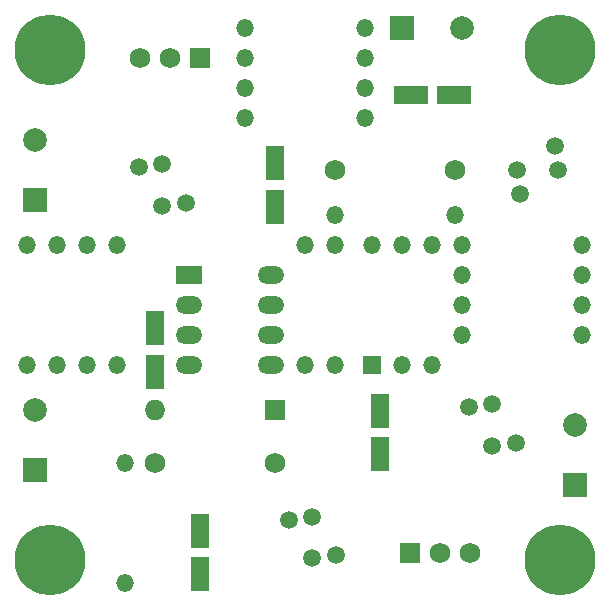
<source format=gbs>
G04 (created by PCBNEW (2013-07-07 BZR 4022)-stable) date 5/10/2015 12:25:42 PM*
%MOIN*%
G04 Gerber Fmt 3.4, Leading zero omitted, Abs format*
%FSLAX34Y34*%
G01*
G70*
G90*
G04 APERTURE LIST*
%ADD10C,0.00590551*%
%ADD11R,0.069X0.069*%
%ADD12C,0.069*%
%ADD13O,0.059X0.059*%
%ADD14R,0.059X0.059*%
%ADD15R,0.0885X0.059*%
%ADD16O,0.0885X0.059*%
%ADD17O,0.069X0.069*%
%ADD18C,0.23622*%
%ADD19R,0.059X0.114*%
%ADD20R,0.114X0.059*%
%ADD21C,0.059*%
%ADD22R,0.079X0.079*%
%ADD23C,0.079*%
G04 APERTURE END LIST*
G54D10*
G54D11*
X70250Y-61500D03*
G54D12*
X68250Y-61500D03*
X69250Y-61500D03*
G54D11*
X77250Y-78000D03*
G54D12*
X79250Y-78000D03*
X78250Y-78000D03*
G54D13*
X74750Y-66750D03*
X78750Y-66750D03*
X71750Y-61500D03*
X75750Y-61500D03*
X71750Y-62500D03*
X75750Y-62500D03*
X67750Y-79000D03*
X67750Y-75000D03*
X71750Y-63500D03*
X75750Y-63500D03*
X71750Y-60500D03*
X75750Y-60500D03*
X77000Y-71750D03*
X77000Y-67750D03*
X78000Y-67750D03*
X78000Y-71750D03*
X74750Y-67750D03*
X74750Y-71750D03*
X73750Y-67750D03*
X73750Y-71750D03*
X83000Y-67750D03*
X79000Y-67750D03*
X76000Y-67750D03*
G54D14*
X76000Y-71750D03*
G54D13*
X83000Y-68750D03*
X79000Y-68750D03*
X64500Y-67750D03*
X64500Y-71750D03*
X67500Y-67750D03*
X67500Y-71750D03*
X66500Y-67750D03*
X66500Y-71750D03*
X65500Y-67750D03*
X65500Y-71750D03*
X83000Y-69750D03*
X79000Y-69750D03*
X83000Y-70750D03*
X79000Y-70750D03*
G54D12*
X72750Y-75000D03*
X68750Y-75000D03*
X78750Y-65250D03*
X74750Y-65250D03*
G54D15*
X69897Y-68750D03*
G54D16*
X69897Y-69750D03*
X69897Y-70750D03*
X69897Y-71750D03*
X72602Y-71750D03*
X72602Y-70750D03*
X72602Y-68750D03*
X72602Y-69750D03*
G54D11*
X72750Y-73250D03*
G54D17*
X68750Y-73250D03*
G54D18*
X65250Y-61250D03*
X82250Y-61250D03*
X65250Y-78250D03*
X82250Y-78250D03*
G54D19*
X72750Y-66475D03*
X72750Y-65025D03*
X76250Y-73275D03*
X76250Y-74725D03*
X70250Y-78725D03*
X70250Y-77275D03*
G54D20*
X77275Y-62750D03*
X78725Y-62750D03*
G54D21*
X69787Y-66340D03*
X68212Y-65159D03*
X69000Y-66438D03*
X69000Y-65061D03*
X79212Y-73159D03*
X80787Y-74340D03*
X80000Y-73061D03*
X80000Y-74438D03*
X74787Y-78090D03*
X73212Y-76909D03*
X74000Y-78188D03*
X74000Y-76811D03*
X80909Y-66037D03*
X82090Y-64462D03*
X80811Y-65250D03*
X82188Y-65250D03*
G54D22*
X82750Y-75750D03*
G54D23*
X82750Y-73750D03*
G54D22*
X64750Y-75250D03*
G54D23*
X64750Y-73250D03*
G54D22*
X64750Y-66250D03*
G54D23*
X64750Y-64250D03*
G54D22*
X77000Y-60500D03*
G54D23*
X79000Y-60500D03*
G54D19*
X68750Y-70525D03*
X68750Y-71975D03*
M02*

</source>
